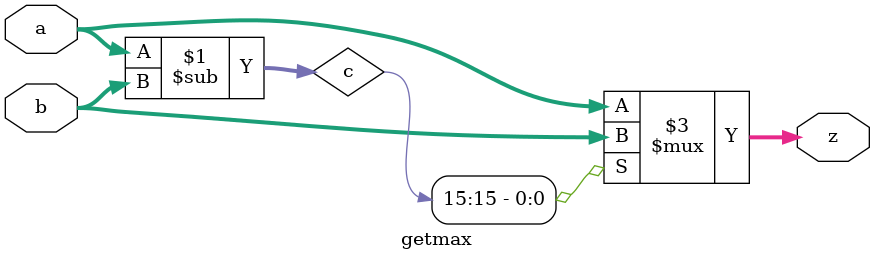
<source format=v>
module getmax (a,b,z);
input [15:0] a,b;
output [15:0] z;

wire [15:0] c;
assign c = a-b;
assign z = (c[15]==1'b1)? b : a;


endmodule
</source>
